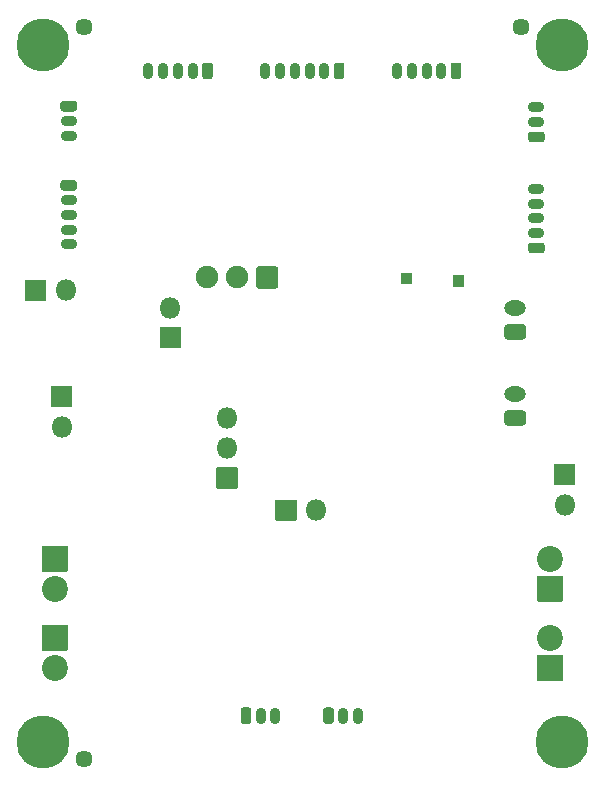
<source format=gbr>
%TF.GenerationSoftware,KiCad,Pcbnew,5.1.10*%
%TF.CreationDate,2021-06-13T09:42:38+02:00*%
%TF.ProjectId,nsumo,6e73756d-6f2e-46b6-9963-61645f706362,rev?*%
%TF.SameCoordinates,Original*%
%TF.FileFunction,Soldermask,Bot*%
%TF.FilePolarity,Negative*%
%FSLAX46Y46*%
G04 Gerber Fmt 4.6, Leading zero omitted, Abs format (unit mm)*
G04 Created by KiCad (PCBNEW 5.1.10) date 2021-06-13 09:42:38*
%MOMM*%
%LPD*%
G01*
G04 APERTURE LIST*
%ADD10C,1.448000*%
%ADD11O,0.900000X1.400000*%
%ADD12O,1.400000X0.900000*%
%ADD13C,2.200000*%
%ADD14C,0.800000*%
%ADD15C,4.500000*%
%ADD16O,1.850000X1.300000*%
%ADD17O,1.800000X1.800000*%
%ADD18C,1.900000*%
G04 APERTURE END LIST*
D10*
%TO.C,REF\u002A\u002A*%
X34500000Y-143500000D03*
%TD*%
%TO.C,J22*%
G36*
G01*
X54750000Y-140275000D02*
X54750000Y-139325000D01*
G75*
G02*
X54975000Y-139100000I225000J0D01*
G01*
X55425000Y-139100000D01*
G75*
G02*
X55650000Y-139325000I0J-225000D01*
G01*
X55650000Y-140275000D01*
G75*
G02*
X55425000Y-140500000I-225000J0D01*
G01*
X54975000Y-140500000D01*
G75*
G02*
X54750000Y-140275000I0J225000D01*
G01*
G37*
D11*
X56450000Y-139800000D03*
X57700000Y-139800000D03*
%TD*%
D12*
%TO.C,J21*%
X72800000Y-88300000D03*
X72800000Y-89550000D03*
G36*
G01*
X73275000Y-91250000D02*
X72325000Y-91250000D01*
G75*
G02*
X72100000Y-91025000I0J225000D01*
G01*
X72100000Y-90575000D01*
G75*
G02*
X72325000Y-90350000I225000J0D01*
G01*
X73275000Y-90350000D01*
G75*
G02*
X73500000Y-90575000I0J-225000D01*
G01*
X73500000Y-91025000D01*
G75*
G02*
X73275000Y-91250000I-225000J0D01*
G01*
G37*
%TD*%
D11*
%TO.C,J20*%
X50700000Y-139800000D03*
X49450000Y-139800000D03*
G36*
G01*
X47750000Y-140275000D02*
X47750000Y-139325000D01*
G75*
G02*
X47975000Y-139100000I225000J0D01*
G01*
X48425000Y-139100000D01*
G75*
G02*
X48650000Y-139325000I0J-225000D01*
G01*
X48650000Y-140275000D01*
G75*
G02*
X48425000Y-140500000I-225000J0D01*
G01*
X47975000Y-140500000D01*
G75*
G02*
X47750000Y-140275000I0J225000D01*
G01*
G37*
%TD*%
D12*
%TO.C,J19*%
X33200000Y-90700000D03*
X33200000Y-89450000D03*
G36*
G01*
X32725000Y-87750000D02*
X33675000Y-87750000D01*
G75*
G02*
X33900000Y-87975000I0J-225000D01*
G01*
X33900000Y-88425000D01*
G75*
G02*
X33675000Y-88650000I-225000J0D01*
G01*
X32725000Y-88650000D01*
G75*
G02*
X32500000Y-88425000I0J225000D01*
G01*
X32500000Y-87975000D01*
G75*
G02*
X32725000Y-87750000I225000J0D01*
G01*
G37*
%TD*%
D10*
%TO.C,REF\u002A\u002A*%
X71500000Y-81500000D03*
%TD*%
%TO.C,REF\u002A\u002A*%
X34500000Y-81500000D03*
%TD*%
D13*
%TO.C,J18*%
X32000000Y-135740000D03*
G36*
G01*
X30950000Y-132100000D02*
X33050000Y-132100000D01*
G75*
G02*
X33100000Y-132150000I0J-50000D01*
G01*
X33100000Y-134250000D01*
G75*
G02*
X33050000Y-134300000I-50000J0D01*
G01*
X30950000Y-134300000D01*
G75*
G02*
X30900000Y-134250000I0J50000D01*
G01*
X30900000Y-132150000D01*
G75*
G02*
X30950000Y-132100000I50000J0D01*
G01*
G37*
%TD*%
%TO.C,J17*%
X32000000Y-129040000D03*
G36*
G01*
X30950000Y-125400000D02*
X33050000Y-125400000D01*
G75*
G02*
X33100000Y-125450000I0J-50000D01*
G01*
X33100000Y-127550000D01*
G75*
G02*
X33050000Y-127600000I-50000J0D01*
G01*
X30950000Y-127600000D01*
G75*
G02*
X30900000Y-127550000I0J50000D01*
G01*
X30900000Y-125450000D01*
G75*
G02*
X30950000Y-125400000I50000J0D01*
G01*
G37*
%TD*%
%TO.C,J15*%
X73950000Y-133223000D03*
G36*
G01*
X75000000Y-136863000D02*
X72900000Y-136863000D01*
G75*
G02*
X72850000Y-136813000I0J50000D01*
G01*
X72850000Y-134713000D01*
G75*
G02*
X72900000Y-134663000I50000J0D01*
G01*
X75000000Y-134663000D01*
G75*
G02*
X75050000Y-134713000I0J-50000D01*
G01*
X75050000Y-136813000D01*
G75*
G02*
X75000000Y-136863000I-50000J0D01*
G01*
G37*
%TD*%
%TO.C,J14*%
X73950000Y-126500000D03*
G36*
G01*
X75000000Y-130140000D02*
X72900000Y-130140000D01*
G75*
G02*
X72850000Y-130090000I0J50000D01*
G01*
X72850000Y-127990000D01*
G75*
G02*
X72900000Y-127940000I50000J0D01*
G01*
X75000000Y-127940000D01*
G75*
G02*
X75050000Y-127990000I0J-50000D01*
G01*
X75050000Y-130090000D01*
G75*
G02*
X75000000Y-130140000I-50000J0D01*
G01*
G37*
%TD*%
D12*
%TO.C,J1*%
X33200000Y-99900000D03*
X33200000Y-98650000D03*
X33200000Y-97400000D03*
X33200000Y-96150000D03*
G36*
G01*
X32725000Y-94450000D02*
X33675000Y-94450000D01*
G75*
G02*
X33900000Y-94675000I0J-225000D01*
G01*
X33900000Y-95125000D01*
G75*
G02*
X33675000Y-95350000I-225000J0D01*
G01*
X32725000Y-95350000D01*
G75*
G02*
X32500000Y-95125000I0J225000D01*
G01*
X32500000Y-94675000D01*
G75*
G02*
X32725000Y-94450000I225000J0D01*
G01*
G37*
%TD*%
D11*
%TO.C,J4*%
X39950000Y-85200000D03*
X41200000Y-85200000D03*
X42450000Y-85200000D03*
X43700000Y-85200000D03*
G36*
G01*
X45400000Y-84725000D02*
X45400000Y-85675000D01*
G75*
G02*
X45175000Y-85900000I-225000J0D01*
G01*
X44725000Y-85900000D01*
G75*
G02*
X44500000Y-85675000I0J225000D01*
G01*
X44500000Y-84725000D01*
G75*
G02*
X44725000Y-84500000I225000J0D01*
G01*
X45175000Y-84500000D01*
G75*
G02*
X45400000Y-84725000I0J-225000D01*
G01*
G37*
%TD*%
%TO.C,J2*%
X49850000Y-85200000D03*
X51100000Y-85200000D03*
X52350000Y-85200000D03*
X53600000Y-85200000D03*
X54850000Y-85200000D03*
G36*
G01*
X56550000Y-84725000D02*
X56550000Y-85675000D01*
G75*
G02*
X56325000Y-85900000I-225000J0D01*
G01*
X55875000Y-85900000D01*
G75*
G02*
X55650000Y-85675000I0J225000D01*
G01*
X55650000Y-84725000D01*
G75*
G02*
X55875000Y-84500000I225000J0D01*
G01*
X56325000Y-84500000D01*
G75*
G02*
X56550000Y-84725000I0J-225000D01*
G01*
G37*
%TD*%
D14*
%TO.C,H4*%
X32166726Y-81833274D03*
X31000000Y-81350000D03*
X29833274Y-81833274D03*
X29350000Y-83000000D03*
X29833274Y-84166726D03*
X31000000Y-84650000D03*
X32166726Y-84166726D03*
X32650000Y-83000000D03*
D15*
X31000000Y-83000000D03*
%TD*%
D14*
%TO.C,H3*%
X76166726Y-81833274D03*
X75000000Y-81350000D03*
X73833274Y-81833274D03*
X73350000Y-83000000D03*
X73833274Y-84166726D03*
X75000000Y-84650000D03*
X76166726Y-84166726D03*
X76650000Y-83000000D03*
D15*
X75000000Y-83000000D03*
%TD*%
D14*
%TO.C,H2*%
X32166726Y-140833274D03*
X31000000Y-140350000D03*
X29833274Y-140833274D03*
X29350000Y-142000000D03*
X29833274Y-143166726D03*
X31000000Y-143650000D03*
X32166726Y-143166726D03*
X32650000Y-142000000D03*
D15*
X31000000Y-142000000D03*
%TD*%
D14*
%TO.C,H1*%
X76166726Y-140833274D03*
X75000000Y-140350000D03*
X73833274Y-140833274D03*
X73350000Y-142000000D03*
X73833274Y-143166726D03*
X75000000Y-143650000D03*
X76166726Y-143166726D03*
X76650000Y-142000000D03*
D15*
X75000000Y-142000000D03*
%TD*%
D16*
%TO.C,J5*%
X71000000Y-105300000D03*
G36*
G01*
X71654168Y-107950000D02*
X70345832Y-107950000D01*
G75*
G02*
X70075000Y-107679168I0J270832D01*
G01*
X70075000Y-106920832D01*
G75*
G02*
X70345832Y-106650000I270832J0D01*
G01*
X71654168Y-106650000D01*
G75*
G02*
X71925000Y-106920832I0J-270832D01*
G01*
X71925000Y-107679168D01*
G75*
G02*
X71654168Y-107950000I-270832J0D01*
G01*
G37*
%TD*%
%TO.C,J3*%
X71000000Y-112600000D03*
G36*
G01*
X71654168Y-115250000D02*
X70345832Y-115250000D01*
G75*
G02*
X70075000Y-114979168I0J270832D01*
G01*
X70075000Y-114220832D01*
G75*
G02*
X70345832Y-113950000I270832J0D01*
G01*
X71654168Y-113950000D01*
G75*
G02*
X71925000Y-114220832I0J-270832D01*
G01*
X71925000Y-114979168D01*
G75*
G02*
X71654168Y-115250000I-270832J0D01*
G01*
G37*
%TD*%
D12*
%TO.C,J9*%
X72800000Y-95200000D03*
X72800000Y-96450000D03*
X72800000Y-97700000D03*
X72800000Y-98950000D03*
G36*
G01*
X73275000Y-100650000D02*
X72325000Y-100650000D01*
G75*
G02*
X72100000Y-100425000I0J225000D01*
G01*
X72100000Y-99975000D01*
G75*
G02*
X72325000Y-99750000I225000J0D01*
G01*
X73275000Y-99750000D01*
G75*
G02*
X73500000Y-99975000I0J-225000D01*
G01*
X73500000Y-100425000D01*
G75*
G02*
X73275000Y-100650000I-225000J0D01*
G01*
G37*
%TD*%
D11*
%TO.C,J7*%
X61000000Y-85200000D03*
X62250000Y-85200000D03*
X63500000Y-85200000D03*
X64750000Y-85200000D03*
G36*
G01*
X66450000Y-84725000D02*
X66450000Y-85675000D01*
G75*
G02*
X66225000Y-85900000I-225000J0D01*
G01*
X65775000Y-85900000D01*
G75*
G02*
X65550000Y-85675000I0J225000D01*
G01*
X65550000Y-84725000D01*
G75*
G02*
X65775000Y-84500000I225000J0D01*
G01*
X66225000Y-84500000D01*
G75*
G02*
X66450000Y-84725000I0J-225000D01*
G01*
G37*
%TD*%
D17*
%TO.C,J6*%
X32940000Y-103800000D03*
G36*
G01*
X31250000Y-104700000D02*
X29550000Y-104700000D01*
G75*
G02*
X29500000Y-104650000I0J50000D01*
G01*
X29500000Y-102950000D01*
G75*
G02*
X29550000Y-102900000I50000J0D01*
G01*
X31250000Y-102900000D01*
G75*
G02*
X31300000Y-102950000I0J-50000D01*
G01*
X31300000Y-104650000D01*
G75*
G02*
X31250000Y-104700000I-50000J0D01*
G01*
G37*
%TD*%
%TO.C,J12*%
X54140000Y-122400000D03*
G36*
G01*
X52450000Y-123300000D02*
X50750000Y-123300000D01*
G75*
G02*
X50700000Y-123250000I0J50000D01*
G01*
X50700000Y-121550000D01*
G75*
G02*
X50750000Y-121500000I50000J0D01*
G01*
X52450000Y-121500000D01*
G75*
G02*
X52500000Y-121550000I0J-50000D01*
G01*
X52500000Y-123250000D01*
G75*
G02*
X52450000Y-123300000I-50000J0D01*
G01*
G37*
%TD*%
%TO.C,J11*%
X46600000Y-114600000D03*
X46600000Y-117140000D03*
G36*
G01*
X47500000Y-118830000D02*
X47500000Y-120530000D01*
G75*
G02*
X47450000Y-120580000I-50000J0D01*
G01*
X45750000Y-120580000D01*
G75*
G02*
X45700000Y-120530000I0J50000D01*
G01*
X45700000Y-118830000D01*
G75*
G02*
X45750000Y-118780000I50000J0D01*
G01*
X47450000Y-118780000D01*
G75*
G02*
X47500000Y-118830000I0J-50000D01*
G01*
G37*
%TD*%
%TO.C,J8*%
X32600000Y-115340000D03*
G36*
G01*
X31700000Y-113650000D02*
X31700000Y-111950000D01*
G75*
G02*
X31750000Y-111900000I50000J0D01*
G01*
X33450000Y-111900000D01*
G75*
G02*
X33500000Y-111950000I0J-50000D01*
G01*
X33500000Y-113650000D01*
G75*
G02*
X33450000Y-113700000I-50000J0D01*
G01*
X31750000Y-113700000D01*
G75*
G02*
X31700000Y-113650000I0J50000D01*
G01*
G37*
%TD*%
%TO.C,J10*%
X41800000Y-105260000D03*
G36*
G01*
X42700000Y-106950000D02*
X42700000Y-108650000D01*
G75*
G02*
X42650000Y-108700000I-50000J0D01*
G01*
X40950000Y-108700000D01*
G75*
G02*
X40900000Y-108650000I0J50000D01*
G01*
X40900000Y-106950000D01*
G75*
G02*
X40950000Y-106900000I50000J0D01*
G01*
X42650000Y-106900000D01*
G75*
G02*
X42700000Y-106950000I0J-50000D01*
G01*
G37*
%TD*%
%TO.C,SW2*%
X75200000Y-121940000D03*
G36*
G01*
X74300000Y-120250000D02*
X74300000Y-118550000D01*
G75*
G02*
X74350000Y-118500000I50000J0D01*
G01*
X76050000Y-118500000D01*
G75*
G02*
X76100000Y-118550000I0J-50000D01*
G01*
X76100000Y-120250000D01*
G75*
G02*
X76050000Y-120300000I-50000J0D01*
G01*
X74350000Y-120300000D01*
G75*
G02*
X74300000Y-120250000I0J50000D01*
G01*
G37*
%TD*%
%TO.C,TP2*%
G36*
G01*
X66675000Y-102575000D02*
X66675000Y-103425000D01*
G75*
G02*
X66625000Y-103475000I-50000J0D01*
G01*
X65775000Y-103475000D01*
G75*
G02*
X65725000Y-103425000I0J50000D01*
G01*
X65725000Y-102575000D01*
G75*
G02*
X65775000Y-102525000I50000J0D01*
G01*
X66625000Y-102525000D01*
G75*
G02*
X66675000Y-102575000I0J-50000D01*
G01*
G37*
%TD*%
%TO.C,TP1*%
G36*
G01*
X62225000Y-103275000D02*
X61375000Y-103275000D01*
G75*
G02*
X61325000Y-103225000I0J50000D01*
G01*
X61325000Y-102375000D01*
G75*
G02*
X61375000Y-102325000I50000J0D01*
G01*
X62225000Y-102325000D01*
G75*
G02*
X62275000Y-102375000I0J-50000D01*
G01*
X62275000Y-103225000D01*
G75*
G02*
X62225000Y-103275000I-50000J0D01*
G01*
G37*
%TD*%
D18*
%TO.C,U1*%
X44920000Y-102700000D03*
X47460000Y-102700000D03*
G36*
G01*
X50950000Y-102014100D02*
X50950000Y-103385900D01*
G75*
G02*
X50685900Y-103650000I-264100J0D01*
G01*
X49314100Y-103650000D01*
G75*
G02*
X49050000Y-103385900I0J264100D01*
G01*
X49050000Y-102014100D01*
G75*
G02*
X49314100Y-101750000I264100J0D01*
G01*
X50685900Y-101750000D01*
G75*
G02*
X50950000Y-102014100I0J-264100D01*
G01*
G37*
%TD*%
M02*

</source>
